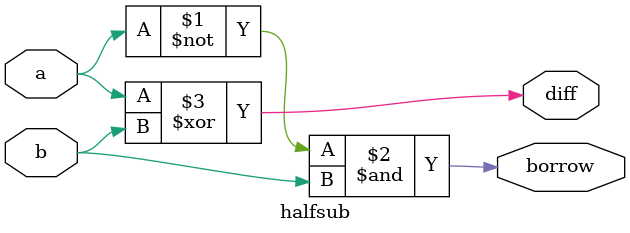
<source format=v>

module day3(input a , b , bin, output borrow , diff);

assign {diff, borrow} = {a^b^bin, ~(a^b) & bin};

endmodule


module halfsub (input a , b , output borrow , diff);

assign {diff, borrow }= {a^b , ~a&b };

endmodule 

</source>
